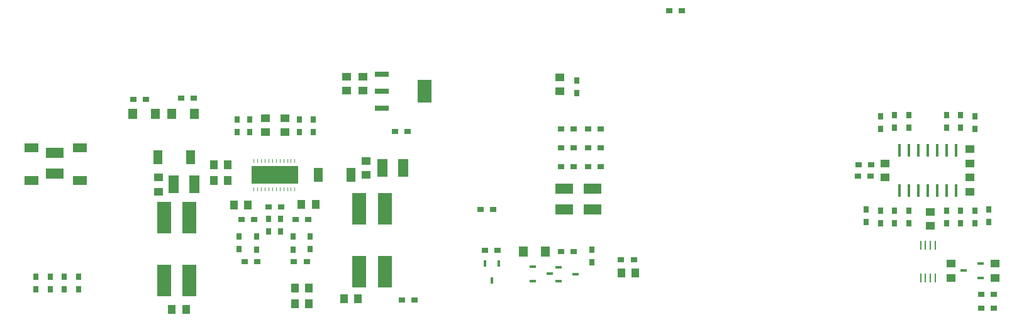
<source format=gbr>
G04 DipTrace 2.4.0.2*
%INTopPaste.gbr*%
%MOIN*%
%ADD65R,0.0077X0.0471*%
%ADD67R,0.0156X0.0707*%
%ADD69R,0.0766X0.12*%
%ADD71R,0.0766X0.0294*%
%ADD73R,0.2451X0.0959*%
%ADD75R,0.0018X0.0196*%
%ADD78R,0.0766X0.1692*%
%ADD80R,0.055X0.0983*%
%ADD84R,0.0333X0.0176*%
%ADD86R,0.0176X0.0333*%
%ADD99R,0.0747X0.0471*%
%ADD101R,0.0471X0.055*%
%ADD103R,0.0471X0.0747*%
%ADD105R,0.0983X0.055*%
%ADD107R,0.0353X0.0314*%
%ADD109R,0.0314X0.0353*%
%ADD111R,0.0511X0.0432*%
%ADD113R,0.0432X0.0511*%
%FSLAX44Y44*%
G04*
G70*
G90*
G75*
G01*
%LNTopPaste*%
%LPD*%
D113*
X11417Y11024D3*
X12165D3*
X11417Y11850D3*
X12165D3*
D111*
X8500Y11187D3*
Y10439D3*
D113*
X9188Y4188D3*
X9936D3*
X13228Y9724D3*
X12480D3*
D109*
X12751Y8063D3*
Y7394D3*
D107*
X13711Y6729D3*
X13042D3*
D111*
X14134Y13583D3*
Y14331D3*
D109*
X16502Y8063D3*
Y7394D3*
D111*
X15197Y13583D3*
Y14331D3*
D107*
X15667Y6729D3*
X16336D3*
D113*
X16063Y9764D3*
X16811D3*
X19065Y4750D3*
X18316D3*
D111*
X18440Y15778D3*
Y16526D3*
X19316Y15779D3*
Y16528D3*
X19500Y12062D3*
Y11314D3*
D113*
X16457Y5315D3*
X15709D3*
X16457Y4488D3*
X15709D3*
D109*
X46750Y8750D3*
Y9419D3*
D111*
X52812Y5875D3*
Y6623D3*
D109*
X47500Y14500D3*
Y13831D3*
X51750Y8750D3*
Y9419D3*
X51000Y14500D3*
Y13831D3*
D111*
X49375Y8625D3*
Y9373D3*
X50500Y5875D3*
Y6623D3*
X51500Y12687D3*
Y11939D3*
Y11187D3*
Y10439D3*
X47000Y11187D3*
Y11936D3*
X29750Y15750D3*
Y16498D3*
D105*
X31500Y9500D3*
Y10602D3*
X30000Y9500D3*
Y10602D3*
X3000Y12500D3*
Y11398D3*
D113*
X33002Y6125D3*
X33750D3*
D103*
X10187Y12250D3*
X8455D3*
D101*
X7126Y14564D3*
X8307D3*
X9188D3*
X10370D3*
D103*
X16939Y11314D3*
X18672D3*
D101*
X29000Y7250D3*
X27819D3*
D99*
X1750Y12750D3*
Y11018D3*
X4312Y12750D3*
Y11018D3*
D107*
X22062Y4687D3*
X21393D3*
X21687Y13625D3*
X21018D3*
X52750Y4250D3*
X52081D3*
X25562Y9500D3*
X26232D3*
D86*
X26517Y6642D3*
X25769D3*
X26143Y5736D3*
D84*
X29691Y6438D3*
Y5690D3*
X30596Y6064D3*
X28304Y6451D3*
Y5703D3*
X29209Y6077D3*
D107*
X35544Y20024D3*
X36213D3*
D80*
X10375Y10812D3*
X9273D3*
D107*
X7813Y15314D3*
X7144D3*
X9689Y15377D3*
X10358D3*
X12874Y8976D3*
X13543D3*
D109*
X12634Y14270D3*
Y13601D3*
X13322Y13583D3*
Y14252D3*
X13689Y7376D3*
Y8045D3*
X14314Y8313D3*
Y8983D3*
D107*
Y9626D3*
X14983D3*
D109*
X14939Y8313D3*
Y8983D3*
X15627Y7376D3*
Y8045D3*
X15947Y13583D3*
Y14252D3*
D107*
X16417Y8976D3*
X15748D3*
D109*
X16697Y14270D3*
Y13601D3*
D80*
X21437Y11688D3*
X20335D3*
D107*
X52081Y5000D3*
X52750D3*
D109*
X47500Y8750D3*
Y9419D3*
X46000Y9500D3*
Y8831D3*
X46750Y13750D3*
Y14419D3*
X48250Y8750D3*
Y9419D3*
Y14500D3*
Y13831D3*
X51000Y8750D3*
Y9419D3*
X52500Y9498D3*
Y8829D3*
X51750Y13750D3*
Y14419D3*
X50250Y8750D3*
Y9419D3*
Y14500D3*
Y13831D3*
D107*
X46250Y11875D3*
X45581D3*
X45562Y11250D3*
X46232D3*
D109*
X30665Y16335D3*
Y15665D3*
D107*
X30500Y11750D3*
X29831D3*
X30500Y12750D3*
X29831D3*
X30500Y13750D3*
X29831D3*
X31250Y11750D3*
X31919D3*
X31250Y12750D3*
X31919D3*
X31250Y13750D3*
X31919D3*
X30500Y7250D3*
X29831D3*
D109*
X31441Y7357D3*
Y6688D3*
D107*
X26440Y7313D3*
X25771D3*
D109*
X2000Y5250D3*
Y5919D3*
X4250Y5250D3*
Y5919D3*
D107*
X33000Y6812D3*
X33669D3*
D109*
X2750Y5250D3*
Y5919D3*
X3500Y5250D3*
Y5919D3*
D78*
X10126Y9063D3*
X8776D3*
Y5717D3*
X10126D3*
X19127Y6188D3*
X20477D3*
Y9535D3*
X19127D3*
D75*
X13564Y10564D3*
X13761D3*
X13958D3*
X14154D3*
X14351D3*
X14548D3*
X14745D3*
X14942D3*
X15139D3*
X15336D3*
X15532D3*
X15729D3*
Y12060D3*
X15532D3*
X15336D3*
X15139D3*
X14942D3*
X14745D3*
X14548D3*
X14351D3*
X14154D3*
X13958D3*
X13761D3*
X13564D3*
D73*
X14647Y11312D3*
D71*
X20315Y16654D3*
Y15748D3*
Y14843D3*
D69*
X22598Y15748D3*
D84*
X52062Y5875D3*
Y6623D3*
X51157Y6249D3*
D67*
X47750Y10500D3*
X48250D3*
X48750D3*
X49250D3*
X49750D3*
X50250D3*
X50750D3*
Y12626D3*
X50250D3*
X49750D3*
X49250D3*
X48750D3*
X48250D3*
X47750D3*
D65*
X48875Y5875D3*
X49131D3*
X49387D3*
X49643D3*
Y7607D3*
X49387D3*
X49131D3*
X48875D3*
M02*

</source>
